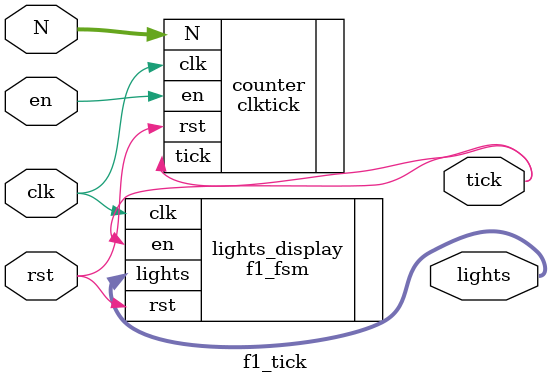
<source format=sv>
module f1_tick #(
    parameter WIDTH = 16
)(
    input logic clk,
    input logic rst,
    input logic en, 
    input  logic [WIDTH-1:0] N,     	 // clock divided by N+1
    output logic  		       tick,      // tick output
    output logic [7:0] lights

);

f1_fsm lights_display (
    .clk (clk),
    .rst (rst),
    .en (tick),
    .lights (lights)
);

clktick counter (
    .clk (clk),
    .rst (rst),
    .en (en),
    .N (N),
    .tick (tick)

);

endmodule




</source>
